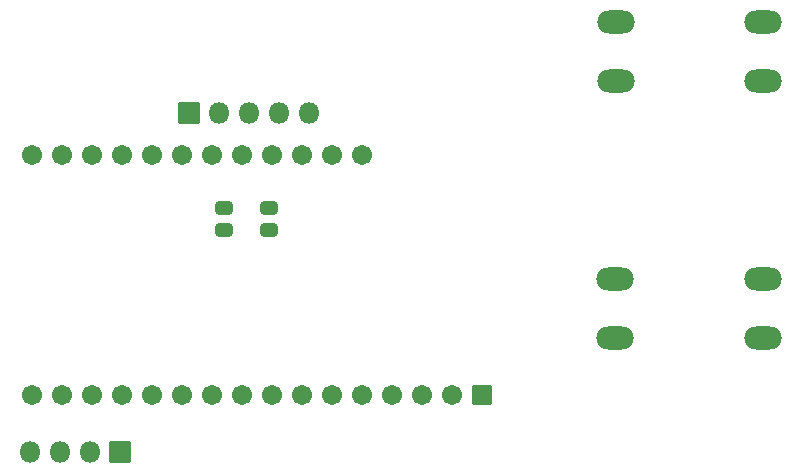
<source format=gbr>
G04 #@! TF.GenerationSoftware,KiCad,Pcbnew,(6.0.7-1)-1*
G04 #@! TF.CreationDate,2022-11-28T10:58:20-05:00*
G04 #@! TF.ProjectId,ebike_LED,6562696b-655f-44c4-9544-2e6b69636164,rev?*
G04 #@! TF.SameCoordinates,Original*
G04 #@! TF.FileFunction,Soldermask,Top*
G04 #@! TF.FilePolarity,Negative*
%FSLAX46Y46*%
G04 Gerber Fmt 4.6, Leading zero omitted, Abs format (unit mm)*
G04 Created by KiCad (PCBNEW (6.0.7-1)-1) date 2022-11-28 10:58:20*
%MOMM*%
%LPD*%
G01*
G04 APERTURE LIST*
G04 Aperture macros list*
%AMRoundRect*
0 Rectangle with rounded corners*
0 $1 Rounding radius*
0 $2 $3 $4 $5 $6 $7 $8 $9 X,Y pos of 4 corners*
0 Add a 4 corners polygon primitive as box body*
4,1,4,$2,$3,$4,$5,$6,$7,$8,$9,$2,$3,0*
0 Add four circle primitives for the rounded corners*
1,1,$1+$1,$2,$3*
1,1,$1+$1,$4,$5*
1,1,$1+$1,$6,$7*
1,1,$1+$1,$8,$9*
0 Add four rect primitives between the rounded corners*
20,1,$1+$1,$2,$3,$4,$5,0*
20,1,$1+$1,$4,$5,$6,$7,0*
20,1,$1+$1,$6,$7,$8,$9,0*
20,1,$1+$1,$8,$9,$2,$3,0*%
G04 Aperture macros list end*
%ADD10RoundRect,0.051000X-0.850000X0.850000X-0.850000X-0.850000X0.850000X-0.850000X0.850000X0.850000X0*%
%ADD11O,1.802000X1.802000*%
%ADD12RoundRect,0.301000X0.450000X-0.262500X0.450000X0.262500X-0.450000X0.262500X-0.450000X-0.262500X0*%
%ADD13RoundRect,0.051000X0.850000X-0.850000X0.850000X0.850000X-0.850000X0.850000X-0.850000X-0.850000X0*%
%ADD14O,3.150000X1.952000*%
%ADD15RoundRect,0.051000X-0.800000X0.800000X-0.800000X-0.800000X0.800000X-0.800000X0.800000X0.800000X0*%
%ADD16C,1.702000*%
G04 APERTURE END LIST*
D10*
X59791600Y-66725800D03*
D11*
X57251600Y-66725800D03*
X54711600Y-66725800D03*
X52171600Y-66725800D03*
D12*
X68580000Y-47902500D03*
X68580000Y-46077500D03*
D13*
X65619321Y-38021200D03*
D11*
X68159321Y-38021200D03*
X70699321Y-38021200D03*
X73239321Y-38021200D03*
X75779321Y-38021200D03*
D14*
X114260000Y-52070000D03*
X101760000Y-52070000D03*
X101760000Y-57070000D03*
X114260000Y-57070000D03*
X101790000Y-30350000D03*
X114290000Y-30350000D03*
X114290000Y-35350000D03*
X101790000Y-35350000D03*
D12*
X72390000Y-47902500D03*
X72390000Y-46077500D03*
D15*
X90424000Y-61925200D03*
D16*
X87884000Y-61925200D03*
X85344000Y-61925200D03*
X82804000Y-61925200D03*
X80264000Y-61925200D03*
X77724000Y-61925200D03*
X75184000Y-61925200D03*
X72644000Y-61925200D03*
X70104000Y-61925200D03*
X67564000Y-61925200D03*
X65024000Y-61925200D03*
X62484000Y-61925200D03*
X59944000Y-61925200D03*
X57404000Y-61925200D03*
X54864000Y-61925200D03*
X52324000Y-61925200D03*
X52324000Y-41605200D03*
X54864000Y-41605200D03*
X57404000Y-41605200D03*
X59944000Y-41605200D03*
X62484000Y-41605200D03*
X65024000Y-41605200D03*
X67564000Y-41605200D03*
X70104000Y-41605200D03*
X72644000Y-41605200D03*
X75184000Y-41605200D03*
X77724000Y-41605200D03*
X80264000Y-41605200D03*
M02*

</source>
